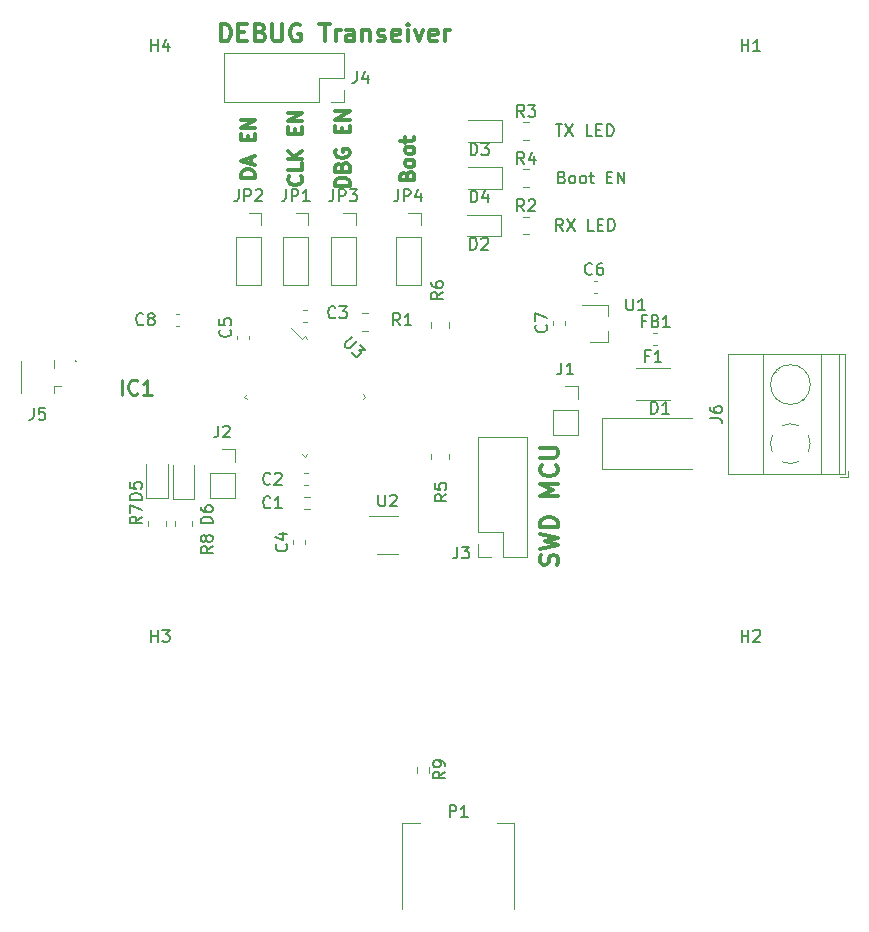
<source format=gbr>
%TF.GenerationSoftware,KiCad,Pcbnew,(5.1.10)-1*%
%TF.CreationDate,2021-07-16T13:03:45+01:00*%
%TF.ProjectId,Abhoinn_IoT_V2,4162686f-696e-46e5-9f49-6f545f56322e,rev?*%
%TF.SameCoordinates,Original*%
%TF.FileFunction,Legend,Top*%
%TF.FilePolarity,Positive*%
%FSLAX46Y46*%
G04 Gerber Fmt 4.6, Leading zero omitted, Abs format (unit mm)*
G04 Created by KiCad (PCBNEW (5.1.10)-1) date 2021-07-16 13:03:45*
%MOMM*%
%LPD*%
G01*
G04 APERTURE LIST*
%ADD10C,0.300000*%
%ADD11C,0.150000*%
%ADD12C,0.120000*%
%ADD13C,0.100000*%
%ADD14C,0.254000*%
G04 APERTURE END LIST*
D10*
X165107142Y-95250000D02*
X165178571Y-95035714D01*
X165178571Y-94678571D01*
X165107142Y-94535714D01*
X165035714Y-94464285D01*
X164892857Y-94392857D01*
X164750000Y-94392857D01*
X164607142Y-94464285D01*
X164535714Y-94535714D01*
X164464285Y-94678571D01*
X164392857Y-94964285D01*
X164321428Y-95107142D01*
X164250000Y-95178571D01*
X164107142Y-95250000D01*
X163964285Y-95250000D01*
X163821428Y-95178571D01*
X163750000Y-95107142D01*
X163678571Y-94964285D01*
X163678571Y-94607142D01*
X163750000Y-94392857D01*
X163678571Y-93892857D02*
X165178571Y-93535714D01*
X164107142Y-93250000D01*
X165178571Y-92964285D01*
X163678571Y-92607142D01*
X165178571Y-92035714D02*
X163678571Y-92035714D01*
X163678571Y-91678571D01*
X163750000Y-91464285D01*
X163892857Y-91321428D01*
X164035714Y-91250000D01*
X164321428Y-91178571D01*
X164535714Y-91178571D01*
X164821428Y-91250000D01*
X164964285Y-91321428D01*
X165107142Y-91464285D01*
X165178571Y-91678571D01*
X165178571Y-92035714D01*
X165178571Y-89392857D02*
X163678571Y-89392857D01*
X164750000Y-88892857D01*
X163678571Y-88392857D01*
X165178571Y-88392857D01*
X165035714Y-86821428D02*
X165107142Y-86892857D01*
X165178571Y-87107142D01*
X165178571Y-87250000D01*
X165107142Y-87464285D01*
X164964285Y-87607142D01*
X164821428Y-87678571D01*
X164535714Y-87750000D01*
X164321428Y-87750000D01*
X164035714Y-87678571D01*
X163892857Y-87607142D01*
X163750000Y-87464285D01*
X163678571Y-87250000D01*
X163678571Y-87107142D01*
X163750000Y-86892857D01*
X163821428Y-86821428D01*
X163678571Y-86178571D02*
X164892857Y-86178571D01*
X165035714Y-86107142D01*
X165107142Y-86035714D01*
X165178571Y-85892857D01*
X165178571Y-85607142D01*
X165107142Y-85464285D01*
X165035714Y-85392857D01*
X164892857Y-85321428D01*
X163678571Y-85321428D01*
X136642857Y-50928571D02*
X136642857Y-49428571D01*
X137000000Y-49428571D01*
X137214285Y-49500000D01*
X137357142Y-49642857D01*
X137428571Y-49785714D01*
X137500000Y-50071428D01*
X137500000Y-50285714D01*
X137428571Y-50571428D01*
X137357142Y-50714285D01*
X137214285Y-50857142D01*
X137000000Y-50928571D01*
X136642857Y-50928571D01*
X138142857Y-50142857D02*
X138642857Y-50142857D01*
X138857142Y-50928571D02*
X138142857Y-50928571D01*
X138142857Y-49428571D01*
X138857142Y-49428571D01*
X140000000Y-50142857D02*
X140214285Y-50214285D01*
X140285714Y-50285714D01*
X140357142Y-50428571D01*
X140357142Y-50642857D01*
X140285714Y-50785714D01*
X140214285Y-50857142D01*
X140071428Y-50928571D01*
X139500000Y-50928571D01*
X139500000Y-49428571D01*
X140000000Y-49428571D01*
X140142857Y-49500000D01*
X140214285Y-49571428D01*
X140285714Y-49714285D01*
X140285714Y-49857142D01*
X140214285Y-50000000D01*
X140142857Y-50071428D01*
X140000000Y-50142857D01*
X139500000Y-50142857D01*
X141000000Y-49428571D02*
X141000000Y-50642857D01*
X141071428Y-50785714D01*
X141142857Y-50857142D01*
X141285714Y-50928571D01*
X141571428Y-50928571D01*
X141714285Y-50857142D01*
X141785714Y-50785714D01*
X141857142Y-50642857D01*
X141857142Y-49428571D01*
X143357142Y-49500000D02*
X143214285Y-49428571D01*
X143000000Y-49428571D01*
X142785714Y-49500000D01*
X142642857Y-49642857D01*
X142571428Y-49785714D01*
X142500000Y-50071428D01*
X142500000Y-50285714D01*
X142571428Y-50571428D01*
X142642857Y-50714285D01*
X142785714Y-50857142D01*
X143000000Y-50928571D01*
X143142857Y-50928571D01*
X143357142Y-50857142D01*
X143428571Y-50785714D01*
X143428571Y-50285714D01*
X143142857Y-50285714D01*
X145000000Y-49428571D02*
X145857142Y-49428571D01*
X145428571Y-50928571D02*
X145428571Y-49428571D01*
X146357142Y-50928571D02*
X146357142Y-49928571D01*
X146357142Y-50214285D02*
X146428571Y-50071428D01*
X146500000Y-50000000D01*
X146642857Y-49928571D01*
X146785714Y-49928571D01*
X147928571Y-50928571D02*
X147928571Y-50142857D01*
X147857142Y-50000000D01*
X147714285Y-49928571D01*
X147428571Y-49928571D01*
X147285714Y-50000000D01*
X147928571Y-50857142D02*
X147785714Y-50928571D01*
X147428571Y-50928571D01*
X147285714Y-50857142D01*
X147214285Y-50714285D01*
X147214285Y-50571428D01*
X147285714Y-50428571D01*
X147428571Y-50357142D01*
X147785714Y-50357142D01*
X147928571Y-50285714D01*
X148642857Y-49928571D02*
X148642857Y-50928571D01*
X148642857Y-50071428D02*
X148714285Y-50000000D01*
X148857142Y-49928571D01*
X149071428Y-49928571D01*
X149214285Y-50000000D01*
X149285714Y-50142857D01*
X149285714Y-50928571D01*
X149928571Y-50857142D02*
X150071428Y-50928571D01*
X150357142Y-50928571D01*
X150500000Y-50857142D01*
X150571428Y-50714285D01*
X150571428Y-50642857D01*
X150500000Y-50500000D01*
X150357142Y-50428571D01*
X150142857Y-50428571D01*
X150000000Y-50357142D01*
X149928571Y-50214285D01*
X149928571Y-50142857D01*
X150000000Y-50000000D01*
X150142857Y-49928571D01*
X150357142Y-49928571D01*
X150500000Y-50000000D01*
X151785714Y-50857142D02*
X151642857Y-50928571D01*
X151357142Y-50928571D01*
X151214285Y-50857142D01*
X151142857Y-50714285D01*
X151142857Y-50142857D01*
X151214285Y-50000000D01*
X151357142Y-49928571D01*
X151642857Y-49928571D01*
X151785714Y-50000000D01*
X151857142Y-50142857D01*
X151857142Y-50285714D01*
X151142857Y-50428571D01*
X152500000Y-50928571D02*
X152500000Y-49928571D01*
X152500000Y-49428571D02*
X152428571Y-49500000D01*
X152500000Y-49571428D01*
X152571428Y-49500000D01*
X152500000Y-49428571D01*
X152500000Y-49571428D01*
X153071428Y-49928571D02*
X153428571Y-50928571D01*
X153785714Y-49928571D01*
X154928571Y-50857142D02*
X154785714Y-50928571D01*
X154500000Y-50928571D01*
X154357142Y-50857142D01*
X154285714Y-50714285D01*
X154285714Y-50142857D01*
X154357142Y-50000000D01*
X154500000Y-49928571D01*
X154785714Y-49928571D01*
X154928571Y-50000000D01*
X155000000Y-50142857D01*
X155000000Y-50285714D01*
X154285714Y-50428571D01*
X155642857Y-50928571D02*
X155642857Y-49928571D01*
X155642857Y-50214285D02*
X155714285Y-50071428D01*
X155785714Y-50000000D01*
X155928571Y-49928571D01*
X156071428Y-49928571D01*
D11*
X165523809Y-62428571D02*
X165666666Y-62476190D01*
X165714285Y-62523809D01*
X165761904Y-62619047D01*
X165761904Y-62761904D01*
X165714285Y-62857142D01*
X165666666Y-62904761D01*
X165571428Y-62952380D01*
X165190476Y-62952380D01*
X165190476Y-61952380D01*
X165523809Y-61952380D01*
X165619047Y-62000000D01*
X165666666Y-62047619D01*
X165714285Y-62142857D01*
X165714285Y-62238095D01*
X165666666Y-62333333D01*
X165619047Y-62380952D01*
X165523809Y-62428571D01*
X165190476Y-62428571D01*
X166333333Y-62952380D02*
X166238095Y-62904761D01*
X166190476Y-62857142D01*
X166142857Y-62761904D01*
X166142857Y-62476190D01*
X166190476Y-62380952D01*
X166238095Y-62333333D01*
X166333333Y-62285714D01*
X166476190Y-62285714D01*
X166571428Y-62333333D01*
X166619047Y-62380952D01*
X166666666Y-62476190D01*
X166666666Y-62761904D01*
X166619047Y-62857142D01*
X166571428Y-62904761D01*
X166476190Y-62952380D01*
X166333333Y-62952380D01*
X167238095Y-62952380D02*
X167142857Y-62904761D01*
X167095238Y-62857142D01*
X167047619Y-62761904D01*
X167047619Y-62476190D01*
X167095238Y-62380952D01*
X167142857Y-62333333D01*
X167238095Y-62285714D01*
X167380952Y-62285714D01*
X167476190Y-62333333D01*
X167523809Y-62380952D01*
X167571428Y-62476190D01*
X167571428Y-62761904D01*
X167523809Y-62857142D01*
X167476190Y-62904761D01*
X167380952Y-62952380D01*
X167238095Y-62952380D01*
X167857142Y-62285714D02*
X168238095Y-62285714D01*
X168000000Y-61952380D02*
X168000000Y-62809523D01*
X168047619Y-62904761D01*
X168142857Y-62952380D01*
X168238095Y-62952380D01*
X169333333Y-62428571D02*
X169666666Y-62428571D01*
X169809523Y-62952380D02*
X169333333Y-62952380D01*
X169333333Y-61952380D01*
X169809523Y-61952380D01*
X170238095Y-62952380D02*
X170238095Y-61952380D01*
X170809523Y-62952380D01*
X170809523Y-61952380D01*
X165595238Y-66952380D02*
X165261904Y-66476190D01*
X165023809Y-66952380D02*
X165023809Y-65952380D01*
X165404761Y-65952380D01*
X165500000Y-66000000D01*
X165547619Y-66047619D01*
X165595238Y-66142857D01*
X165595238Y-66285714D01*
X165547619Y-66380952D01*
X165500000Y-66428571D01*
X165404761Y-66476190D01*
X165023809Y-66476190D01*
X165928571Y-65952380D02*
X166595238Y-66952380D01*
X166595238Y-65952380D02*
X165928571Y-66952380D01*
X168214285Y-66952380D02*
X167738095Y-66952380D01*
X167738095Y-65952380D01*
X168547619Y-66428571D02*
X168880952Y-66428571D01*
X169023809Y-66952380D02*
X168547619Y-66952380D01*
X168547619Y-65952380D01*
X169023809Y-65952380D01*
X169452380Y-66952380D02*
X169452380Y-65952380D01*
X169690476Y-65952380D01*
X169833333Y-66000000D01*
X169928571Y-66095238D01*
X169976190Y-66190476D01*
X170023809Y-66380952D01*
X170023809Y-66523809D01*
X169976190Y-66714285D01*
X169928571Y-66809523D01*
X169833333Y-66904761D01*
X169690476Y-66952380D01*
X169452380Y-66952380D01*
X165000000Y-57952380D02*
X165571428Y-57952380D01*
X165285714Y-58952380D02*
X165285714Y-57952380D01*
X165809523Y-57952380D02*
X166476190Y-58952380D01*
X166476190Y-57952380D02*
X165809523Y-58952380D01*
X168095238Y-58952380D02*
X167619047Y-58952380D01*
X167619047Y-57952380D01*
X168428571Y-58428571D02*
X168761904Y-58428571D01*
X168904761Y-58952380D02*
X168428571Y-58952380D01*
X168428571Y-57952380D01*
X168904761Y-57952380D01*
X169333333Y-58952380D02*
X169333333Y-57952380D01*
X169571428Y-57952380D01*
X169714285Y-58000000D01*
X169809523Y-58095238D01*
X169857142Y-58190476D01*
X169904761Y-58380952D01*
X169904761Y-58523809D01*
X169857142Y-58714285D01*
X169809523Y-58809523D01*
X169714285Y-58904761D01*
X169571428Y-58952380D01*
X169333333Y-58952380D01*
D10*
X152414285Y-62300000D02*
X152471428Y-62128571D01*
X152528571Y-62071428D01*
X152642857Y-62014285D01*
X152814285Y-62014285D01*
X152928571Y-62071428D01*
X152985714Y-62128571D01*
X153042857Y-62242857D01*
X153042857Y-62700000D01*
X151842857Y-62700000D01*
X151842857Y-62300000D01*
X151900000Y-62185714D01*
X151957142Y-62128571D01*
X152071428Y-62071428D01*
X152185714Y-62071428D01*
X152300000Y-62128571D01*
X152357142Y-62185714D01*
X152414285Y-62300000D01*
X152414285Y-62700000D01*
X153042857Y-61328571D02*
X152985714Y-61442857D01*
X152928571Y-61500000D01*
X152814285Y-61557142D01*
X152471428Y-61557142D01*
X152357142Y-61500000D01*
X152300000Y-61442857D01*
X152242857Y-61328571D01*
X152242857Y-61157142D01*
X152300000Y-61042857D01*
X152357142Y-60985714D01*
X152471428Y-60928571D01*
X152814285Y-60928571D01*
X152928571Y-60985714D01*
X152985714Y-61042857D01*
X153042857Y-61157142D01*
X153042857Y-61328571D01*
X153042857Y-60242857D02*
X152985714Y-60357142D01*
X152928571Y-60414285D01*
X152814285Y-60471428D01*
X152471428Y-60471428D01*
X152357142Y-60414285D01*
X152300000Y-60357142D01*
X152242857Y-60242857D01*
X152242857Y-60071428D01*
X152300000Y-59957142D01*
X152357142Y-59900000D01*
X152471428Y-59842857D01*
X152814285Y-59842857D01*
X152928571Y-59900000D01*
X152985714Y-59957142D01*
X153042857Y-60071428D01*
X153042857Y-60242857D01*
X152242857Y-59500000D02*
X152242857Y-59042857D01*
X151842857Y-59328571D02*
X152871428Y-59328571D01*
X152985714Y-59271428D01*
X153042857Y-59157142D01*
X153042857Y-59042857D01*
X147542857Y-63142857D02*
X146342857Y-63142857D01*
X146342857Y-62857142D01*
X146400000Y-62685714D01*
X146514285Y-62571428D01*
X146628571Y-62514285D01*
X146857142Y-62457142D01*
X147028571Y-62457142D01*
X147257142Y-62514285D01*
X147371428Y-62571428D01*
X147485714Y-62685714D01*
X147542857Y-62857142D01*
X147542857Y-63142857D01*
X146914285Y-61542857D02*
X146971428Y-61371428D01*
X147028571Y-61314285D01*
X147142857Y-61257142D01*
X147314285Y-61257142D01*
X147428571Y-61314285D01*
X147485714Y-61371428D01*
X147542857Y-61485714D01*
X147542857Y-61942857D01*
X146342857Y-61942857D01*
X146342857Y-61542857D01*
X146400000Y-61428571D01*
X146457142Y-61371428D01*
X146571428Y-61314285D01*
X146685714Y-61314285D01*
X146800000Y-61371428D01*
X146857142Y-61428571D01*
X146914285Y-61542857D01*
X146914285Y-61942857D01*
X146400000Y-60114285D02*
X146342857Y-60228571D01*
X146342857Y-60400000D01*
X146400000Y-60571428D01*
X146514285Y-60685714D01*
X146628571Y-60742857D01*
X146857142Y-60800000D01*
X147028571Y-60800000D01*
X147257142Y-60742857D01*
X147371428Y-60685714D01*
X147485714Y-60571428D01*
X147542857Y-60400000D01*
X147542857Y-60285714D01*
X147485714Y-60114285D01*
X147428571Y-60057142D01*
X147028571Y-60057142D01*
X147028571Y-60285714D01*
X146914285Y-58628571D02*
X146914285Y-58228571D01*
X147542857Y-58057142D02*
X147542857Y-58628571D01*
X146342857Y-58628571D01*
X146342857Y-58057142D01*
X147542857Y-57542857D02*
X146342857Y-57542857D01*
X147542857Y-56857142D01*
X146342857Y-56857142D01*
X143428571Y-62342857D02*
X143485714Y-62400000D01*
X143542857Y-62571428D01*
X143542857Y-62685714D01*
X143485714Y-62857142D01*
X143371428Y-62971428D01*
X143257142Y-63028571D01*
X143028571Y-63085714D01*
X142857142Y-63085714D01*
X142628571Y-63028571D01*
X142514285Y-62971428D01*
X142400000Y-62857142D01*
X142342857Y-62685714D01*
X142342857Y-62571428D01*
X142400000Y-62400000D01*
X142457142Y-62342857D01*
X143542857Y-61257142D02*
X143542857Y-61828571D01*
X142342857Y-61828571D01*
X143542857Y-60857142D02*
X142342857Y-60857142D01*
X143542857Y-60171428D02*
X142857142Y-60685714D01*
X142342857Y-60171428D02*
X143028571Y-60857142D01*
X142914285Y-58742857D02*
X142914285Y-58342857D01*
X143542857Y-58171428D02*
X143542857Y-58742857D01*
X142342857Y-58742857D01*
X142342857Y-58171428D01*
X143542857Y-57657142D02*
X142342857Y-57657142D01*
X143542857Y-56971428D01*
X142342857Y-56971428D01*
X139542857Y-62457142D02*
X138342857Y-62457142D01*
X138342857Y-62171428D01*
X138400000Y-62000000D01*
X138514285Y-61885714D01*
X138628571Y-61828571D01*
X138857142Y-61771428D01*
X139028571Y-61771428D01*
X139257142Y-61828571D01*
X139371428Y-61885714D01*
X139485714Y-62000000D01*
X139542857Y-62171428D01*
X139542857Y-62457142D01*
X139200000Y-61314285D02*
X139200000Y-60742857D01*
X139542857Y-61428571D02*
X138342857Y-61028571D01*
X139542857Y-60628571D01*
X138914285Y-59314285D02*
X138914285Y-58914285D01*
X139542857Y-58742857D02*
X139542857Y-59314285D01*
X138342857Y-59314285D01*
X138342857Y-58742857D01*
X139542857Y-58228571D02*
X138342857Y-58228571D01*
X139542857Y-57542857D01*
X138342857Y-57542857D01*
D12*
%TO.C,U3*%
X143537868Y-76106821D02*
X142608023Y-75176976D01*
X143750000Y-75894689D02*
X143537868Y-76106821D01*
X143962132Y-76106821D02*
X143750000Y-75894689D01*
X148855311Y-81000000D02*
X148643179Y-81212132D01*
X148643179Y-80787868D02*
X148855311Y-81000000D01*
X138644689Y-81000000D02*
X138856821Y-80787868D01*
X138856821Y-81212132D02*
X138644689Y-81000000D01*
X143750000Y-86105311D02*
X143962132Y-85893179D01*
X143537868Y-85893179D02*
X143750000Y-86105311D01*
%TO.C,U2*%
X151650000Y-91140000D02*
X149200000Y-91140000D01*
X149850000Y-94360000D02*
X151650000Y-94360000D01*
%TO.C,U1*%
X169390000Y-76400000D02*
X167930000Y-76400000D01*
X169390000Y-73240000D02*
X167230000Y-73240000D01*
X169390000Y-73240000D02*
X169390000Y-74170000D01*
X169390000Y-76400000D02*
X169390000Y-75470000D01*
%TO.C,R9*%
X153227500Y-112332776D02*
X153227500Y-112842224D01*
X154272500Y-112332776D02*
X154272500Y-112842224D01*
%TO.C,R8*%
X132765000Y-91522936D02*
X132765000Y-91977064D01*
X134235000Y-91522936D02*
X134235000Y-91977064D01*
%TO.C,R7*%
X130515000Y-91522936D02*
X130515000Y-91977064D01*
X131985000Y-91522936D02*
X131985000Y-91977064D01*
%TO.C,R6*%
X154459000Y-74718936D02*
X154459000Y-75173064D01*
X155929000Y-74718936D02*
X155929000Y-75173064D01*
%TO.C,R5*%
X155929000Y-86317064D02*
X155929000Y-85862936D01*
X154459000Y-86317064D02*
X154459000Y-85862936D01*
%TO.C,R4*%
X162272936Y-63235000D02*
X162727064Y-63235000D01*
X162272936Y-61765000D02*
X162727064Y-61765000D01*
%TO.C,R3*%
X162272936Y-59235000D02*
X162727064Y-59235000D01*
X162272936Y-57765000D02*
X162727064Y-57765000D01*
%TO.C,R2*%
X162272936Y-67235000D02*
X162727064Y-67235000D01*
X162272936Y-65765000D02*
X162727064Y-65765000D01*
%TO.C,R1*%
X148632936Y-75411000D02*
X149087064Y-75411000D01*
X148632936Y-73941000D02*
X149087064Y-73941000D01*
%TO.C,P1*%
X152000000Y-117130000D02*
X153500000Y-117130000D01*
X152000000Y-117130000D02*
X152000000Y-124390000D01*
X161500000Y-117130000D02*
X161500000Y-124390000D01*
X160000000Y-117130000D02*
X161500000Y-117130000D01*
%TO.C,JP4*%
X152500000Y-65440000D02*
X153560000Y-65440000D01*
X153560000Y-65440000D02*
X153560000Y-66500000D01*
X153560000Y-67500000D02*
X153560000Y-71560000D01*
X151440000Y-71560000D02*
X153560000Y-71560000D01*
X151440000Y-67500000D02*
X151440000Y-71560000D01*
X151440000Y-67500000D02*
X153560000Y-67500000D01*
%TO.C,JP3*%
X147000000Y-65440000D02*
X148060000Y-65440000D01*
X148060000Y-65440000D02*
X148060000Y-66500000D01*
X148060000Y-67500000D02*
X148060000Y-71560000D01*
X145940000Y-71560000D02*
X148060000Y-71560000D01*
X145940000Y-67500000D02*
X145940000Y-71560000D01*
X145940000Y-67500000D02*
X148060000Y-67500000D01*
%TO.C,JP2*%
X139000000Y-65440000D02*
X140060000Y-65440000D01*
X140060000Y-65440000D02*
X140060000Y-66500000D01*
X140060000Y-67500000D02*
X140060000Y-71560000D01*
X137940000Y-71560000D02*
X140060000Y-71560000D01*
X137940000Y-67500000D02*
X137940000Y-71560000D01*
X137940000Y-67500000D02*
X140060000Y-67500000D01*
%TO.C,JP1*%
X143000000Y-65440000D02*
X144060000Y-65440000D01*
X144060000Y-65440000D02*
X144060000Y-66500000D01*
X144060000Y-67500000D02*
X144060000Y-71560000D01*
X141940000Y-71560000D02*
X144060000Y-71560000D01*
X141940000Y-67500000D02*
X141940000Y-71560000D01*
X141940000Y-67500000D02*
X144060000Y-67500000D01*
%TO.C,J6*%
X189770000Y-87780000D02*
X189770000Y-87280000D01*
X189030000Y-87780000D02*
X189770000Y-87780000D01*
X185893000Y-81207000D02*
X185939000Y-81254000D01*
X183595000Y-78910000D02*
X183631000Y-78945000D01*
X186109000Y-81014000D02*
X186144000Y-81049000D01*
X183801000Y-78705000D02*
X183847000Y-78752000D01*
X179609000Y-77420000D02*
X189530000Y-77420000D01*
X179609000Y-87540000D02*
X189530000Y-87540000D01*
X189530000Y-87540000D02*
X189530000Y-77420000D01*
X179609000Y-87540000D02*
X179609000Y-77420000D01*
X182569000Y-87540000D02*
X182569000Y-77420000D01*
X187470000Y-87540000D02*
X187470000Y-77420000D01*
X188970000Y-87540000D02*
X188970000Y-77420000D01*
X186550000Y-79980000D02*
G75*
G03*
X186550000Y-79980000I-1680000J0D01*
G01*
X186550253Y-84951195D02*
G75*
G02*
X186405000Y-85664000I-1680253J-28805D01*
G01*
X185553042Y-86515426D02*
G75*
G02*
X184186000Y-86515000I-683042J1535426D01*
G01*
X183334574Y-85663042D02*
G75*
G02*
X183335000Y-84296000I1535426J683042D01*
G01*
X184186958Y-83444574D02*
G75*
G02*
X185554000Y-83445000I683042J-1535426D01*
G01*
X186404756Y-84296682D02*
G75*
G02*
X186550000Y-84980000I-1534756J-683318D01*
G01*
%TO.C,J5*%
X122484980Y-80708220D02*
X122484980Y-80068220D01*
X122484980Y-77908220D02*
X122484980Y-78548220D01*
X122484980Y-80068220D02*
X123114980Y-80068220D01*
X119764980Y-80658220D02*
X119764980Y-77958220D01*
%TO.C,J4*%
X147060000Y-55000000D02*
X147060000Y-56060000D01*
X147060000Y-56060000D02*
X146000000Y-56060000D01*
X147060000Y-54000000D02*
X145000000Y-54000000D01*
X145000000Y-54000000D02*
X145000000Y-56060000D01*
X145000000Y-56060000D02*
X136940000Y-56060000D01*
X136940000Y-51940000D02*
X136940000Y-56060000D01*
X147060000Y-51940000D02*
X136940000Y-51940000D01*
X147060000Y-51940000D02*
X147060000Y-54000000D01*
%TO.C,J3*%
X159500000Y-94560000D02*
X158440000Y-94560000D01*
X158440000Y-94560000D02*
X158440000Y-93500000D01*
X160500000Y-94560000D02*
X160500000Y-92500000D01*
X160500000Y-92500000D02*
X158440000Y-92500000D01*
X158440000Y-92500000D02*
X158440000Y-84440000D01*
X162560000Y-84440000D02*
X158440000Y-84440000D01*
X162560000Y-94560000D02*
X162560000Y-84440000D01*
X162560000Y-94560000D02*
X160500000Y-94560000D01*
%TO.C,J2*%
X136750000Y-85440000D02*
X137810000Y-85440000D01*
X137810000Y-85440000D02*
X137810000Y-86500000D01*
X137810000Y-87500000D02*
X137810000Y-89560000D01*
X135690000Y-89560000D02*
X137810000Y-89560000D01*
X135690000Y-87500000D02*
X135690000Y-89560000D01*
X135690000Y-87500000D02*
X137810000Y-87500000D01*
%TO.C,J1*%
X165820000Y-80110000D02*
X166880000Y-80110000D01*
X166880000Y-80110000D02*
X166880000Y-81170000D01*
X166880000Y-82170000D02*
X166880000Y-84230000D01*
X164760000Y-84230000D02*
X166880000Y-84230000D01*
X164760000Y-82170000D02*
X164760000Y-84230000D01*
X164760000Y-82170000D02*
X166880000Y-82170000D01*
D13*
%TO.C,IC1*%
X124400000Y-77975000D02*
X124400000Y-77975000D01*
X124300000Y-77975000D02*
X124300000Y-77975000D01*
X124300000Y-77975000D02*
G75*
G02*
X124400000Y-77975000I50000J0D01*
G01*
X124400000Y-77975000D02*
G75*
G02*
X124300000Y-77975000I-50000J0D01*
G01*
D12*
%TO.C,FB1*%
X173268733Y-76600000D02*
X173611267Y-76600000D01*
X173268733Y-75580000D02*
X173611267Y-75580000D01*
%TO.C,F1*%
X171835436Y-81260000D02*
X174639564Y-81260000D01*
X171835436Y-78540000D02*
X174639564Y-78540000D01*
%TO.C,D6*%
X134410000Y-89672500D02*
X134410000Y-86787500D01*
X132590000Y-89672500D02*
X134410000Y-89672500D01*
X132590000Y-86787500D02*
X132590000Y-89672500D01*
%TO.C,D5*%
X132160000Y-89597500D02*
X132160000Y-86712500D01*
X130340000Y-89597500D02*
X132160000Y-89597500D01*
X130340000Y-86712500D02*
X130340000Y-89597500D01*
%TO.C,D4*%
X160422500Y-61590000D02*
X157537500Y-61590000D01*
X160422500Y-63410000D02*
X160422500Y-61590000D01*
X157537500Y-63410000D02*
X160422500Y-63410000D01*
%TO.C,D3*%
X160422500Y-57590000D02*
X157537500Y-57590000D01*
X160422500Y-59410000D02*
X160422500Y-57590000D01*
X157537500Y-59410000D02*
X160422500Y-59410000D01*
%TO.C,D2*%
X160385000Y-65590000D02*
X157500000Y-65590000D01*
X160385000Y-67410000D02*
X160385000Y-65590000D01*
X157500000Y-67410000D02*
X160385000Y-67410000D01*
%TO.C,D1*%
X168950000Y-82830000D02*
X176500000Y-82830000D01*
X168950000Y-87130000D02*
X176500000Y-87130000D01*
X168950000Y-82830000D02*
X168950000Y-87130000D01*
%TO.C,C8*%
X133146267Y-73990000D02*
X132853733Y-73990000D01*
X133146267Y-75010000D02*
X132853733Y-75010000D01*
%TO.C,C7*%
X165760000Y-74896267D02*
X165760000Y-74603733D01*
X164740000Y-74896267D02*
X164740000Y-74603733D01*
%TO.C,C6*%
X168533767Y-71240000D02*
X168241233Y-71240000D01*
X168533767Y-72260000D02*
X168241233Y-72260000D01*
%TO.C,C5*%
X139010000Y-76146267D02*
X139010000Y-75853733D01*
X137990000Y-76146267D02*
X137990000Y-75853733D01*
%TO.C,C4*%
X143766000Y-93464767D02*
X143766000Y-93172233D01*
X142746000Y-93464767D02*
X142746000Y-93172233D01*
%TO.C,C3*%
X143617733Y-74678000D02*
X143910267Y-74678000D01*
X143617733Y-73658000D02*
X143910267Y-73658000D01*
%TO.C,C2*%
X144008767Y-87490000D02*
X143716233Y-87490000D01*
X144008767Y-88510000D02*
X143716233Y-88510000D01*
%TO.C,C1*%
X144167224Y-89477500D02*
X143657776Y-89477500D01*
X144167224Y-90522500D02*
X143657776Y-90522500D01*
%TO.C,U3*%
D11*
X147756265Y-75916238D02*
X147183845Y-76488658D01*
X147150173Y-76589673D01*
X147150173Y-76657017D01*
X147183845Y-76758032D01*
X147318532Y-76892719D01*
X147419547Y-76926391D01*
X147486891Y-76926391D01*
X147587906Y-76892719D01*
X148160326Y-76320299D01*
X148429700Y-76589673D02*
X148867432Y-77027406D01*
X148362356Y-77061078D01*
X148463371Y-77162093D01*
X148497043Y-77263108D01*
X148497043Y-77330452D01*
X148463371Y-77431467D01*
X148295013Y-77599826D01*
X148193997Y-77633498D01*
X148126654Y-77633498D01*
X148025639Y-77599826D01*
X147823608Y-77397795D01*
X147789936Y-77296780D01*
X147789936Y-77229437D01*
%TO.C,U2*%
X149988095Y-89302380D02*
X149988095Y-90111904D01*
X150035714Y-90207142D01*
X150083333Y-90254761D01*
X150178571Y-90302380D01*
X150369047Y-90302380D01*
X150464285Y-90254761D01*
X150511904Y-90207142D01*
X150559523Y-90111904D01*
X150559523Y-89302380D01*
X150988095Y-89397619D02*
X151035714Y-89350000D01*
X151130952Y-89302380D01*
X151369047Y-89302380D01*
X151464285Y-89350000D01*
X151511904Y-89397619D01*
X151559523Y-89492857D01*
X151559523Y-89588095D01*
X151511904Y-89730952D01*
X150940476Y-90302380D01*
X151559523Y-90302380D01*
%TO.C,U1*%
X170988095Y-72702380D02*
X170988095Y-73511904D01*
X171035714Y-73607142D01*
X171083333Y-73654761D01*
X171178571Y-73702380D01*
X171369047Y-73702380D01*
X171464285Y-73654761D01*
X171511904Y-73607142D01*
X171559523Y-73511904D01*
X171559523Y-72702380D01*
X172559523Y-73702380D02*
X171988095Y-73702380D01*
X172273809Y-73702380D02*
X172273809Y-72702380D01*
X172178571Y-72845238D01*
X172083333Y-72940476D01*
X171988095Y-72988095D01*
%TO.C,R9*%
X155632380Y-112754166D02*
X155156190Y-113087500D01*
X155632380Y-113325595D02*
X154632380Y-113325595D01*
X154632380Y-112944642D01*
X154680000Y-112849404D01*
X154727619Y-112801785D01*
X154822857Y-112754166D01*
X154965714Y-112754166D01*
X155060952Y-112801785D01*
X155108571Y-112849404D01*
X155156190Y-112944642D01*
X155156190Y-113325595D01*
X155632380Y-112277976D02*
X155632380Y-112087500D01*
X155584761Y-111992261D01*
X155537142Y-111944642D01*
X155394285Y-111849404D01*
X155203809Y-111801785D01*
X154822857Y-111801785D01*
X154727619Y-111849404D01*
X154680000Y-111897023D01*
X154632380Y-111992261D01*
X154632380Y-112182738D01*
X154680000Y-112277976D01*
X154727619Y-112325595D01*
X154822857Y-112373214D01*
X155060952Y-112373214D01*
X155156190Y-112325595D01*
X155203809Y-112277976D01*
X155251428Y-112182738D01*
X155251428Y-111992261D01*
X155203809Y-111897023D01*
X155156190Y-111849404D01*
X155060952Y-111801785D01*
%TO.C,R8*%
X135952380Y-93666666D02*
X135476190Y-94000000D01*
X135952380Y-94238095D02*
X134952380Y-94238095D01*
X134952380Y-93857142D01*
X135000000Y-93761904D01*
X135047619Y-93714285D01*
X135142857Y-93666666D01*
X135285714Y-93666666D01*
X135380952Y-93714285D01*
X135428571Y-93761904D01*
X135476190Y-93857142D01*
X135476190Y-94238095D01*
X135380952Y-93095238D02*
X135333333Y-93190476D01*
X135285714Y-93238095D01*
X135190476Y-93285714D01*
X135142857Y-93285714D01*
X135047619Y-93238095D01*
X135000000Y-93190476D01*
X134952380Y-93095238D01*
X134952380Y-92904761D01*
X135000000Y-92809523D01*
X135047619Y-92761904D01*
X135142857Y-92714285D01*
X135190476Y-92714285D01*
X135285714Y-92761904D01*
X135333333Y-92809523D01*
X135380952Y-92904761D01*
X135380952Y-93095238D01*
X135428571Y-93190476D01*
X135476190Y-93238095D01*
X135571428Y-93285714D01*
X135761904Y-93285714D01*
X135857142Y-93238095D01*
X135904761Y-93190476D01*
X135952380Y-93095238D01*
X135952380Y-92904761D01*
X135904761Y-92809523D01*
X135857142Y-92761904D01*
X135761904Y-92714285D01*
X135571428Y-92714285D01*
X135476190Y-92761904D01*
X135428571Y-92809523D01*
X135380952Y-92904761D01*
%TO.C,R7*%
X129952380Y-91166666D02*
X129476190Y-91500000D01*
X129952380Y-91738095D02*
X128952380Y-91738095D01*
X128952380Y-91357142D01*
X129000000Y-91261904D01*
X129047619Y-91214285D01*
X129142857Y-91166666D01*
X129285714Y-91166666D01*
X129380952Y-91214285D01*
X129428571Y-91261904D01*
X129476190Y-91357142D01*
X129476190Y-91738095D01*
X128952380Y-90833333D02*
X128952380Y-90166666D01*
X129952380Y-90595238D01*
%TO.C,R6*%
X155446380Y-72162666D02*
X154970190Y-72496000D01*
X155446380Y-72734095D02*
X154446380Y-72734095D01*
X154446380Y-72353142D01*
X154494000Y-72257904D01*
X154541619Y-72210285D01*
X154636857Y-72162666D01*
X154779714Y-72162666D01*
X154874952Y-72210285D01*
X154922571Y-72257904D01*
X154970190Y-72353142D01*
X154970190Y-72734095D01*
X154446380Y-71305523D02*
X154446380Y-71496000D01*
X154494000Y-71591238D01*
X154541619Y-71638857D01*
X154684476Y-71734095D01*
X154874952Y-71781714D01*
X155255904Y-71781714D01*
X155351142Y-71734095D01*
X155398761Y-71686476D01*
X155446380Y-71591238D01*
X155446380Y-71400761D01*
X155398761Y-71305523D01*
X155351142Y-71257904D01*
X155255904Y-71210285D01*
X155017809Y-71210285D01*
X154922571Y-71257904D01*
X154874952Y-71305523D01*
X154827333Y-71400761D01*
X154827333Y-71591238D01*
X154874952Y-71686476D01*
X154922571Y-71734095D01*
X155017809Y-71781714D01*
%TO.C,R5*%
X155746380Y-89256666D02*
X155270190Y-89590000D01*
X155746380Y-89828095D02*
X154746380Y-89828095D01*
X154746380Y-89447142D01*
X154794000Y-89351904D01*
X154841619Y-89304285D01*
X154936857Y-89256666D01*
X155079714Y-89256666D01*
X155174952Y-89304285D01*
X155222571Y-89351904D01*
X155270190Y-89447142D01*
X155270190Y-89828095D01*
X154746380Y-88351904D02*
X154746380Y-88828095D01*
X155222571Y-88875714D01*
X155174952Y-88828095D01*
X155127333Y-88732857D01*
X155127333Y-88494761D01*
X155174952Y-88399523D01*
X155222571Y-88351904D01*
X155317809Y-88304285D01*
X155555904Y-88304285D01*
X155651142Y-88351904D01*
X155698761Y-88399523D01*
X155746380Y-88494761D01*
X155746380Y-88732857D01*
X155698761Y-88828095D01*
X155651142Y-88875714D01*
%TO.C,R4*%
X162333333Y-61302380D02*
X162000000Y-60826190D01*
X161761904Y-61302380D02*
X161761904Y-60302380D01*
X162142857Y-60302380D01*
X162238095Y-60350000D01*
X162285714Y-60397619D01*
X162333333Y-60492857D01*
X162333333Y-60635714D01*
X162285714Y-60730952D01*
X162238095Y-60778571D01*
X162142857Y-60826190D01*
X161761904Y-60826190D01*
X163190476Y-60635714D02*
X163190476Y-61302380D01*
X162952380Y-60254761D02*
X162714285Y-60969047D01*
X163333333Y-60969047D01*
%TO.C,R3*%
X162333333Y-57302380D02*
X162000000Y-56826190D01*
X161761904Y-57302380D02*
X161761904Y-56302380D01*
X162142857Y-56302380D01*
X162238095Y-56350000D01*
X162285714Y-56397619D01*
X162333333Y-56492857D01*
X162333333Y-56635714D01*
X162285714Y-56730952D01*
X162238095Y-56778571D01*
X162142857Y-56826190D01*
X161761904Y-56826190D01*
X162666666Y-56302380D02*
X163285714Y-56302380D01*
X162952380Y-56683333D01*
X163095238Y-56683333D01*
X163190476Y-56730952D01*
X163238095Y-56778571D01*
X163285714Y-56873809D01*
X163285714Y-57111904D01*
X163238095Y-57207142D01*
X163190476Y-57254761D01*
X163095238Y-57302380D01*
X162809523Y-57302380D01*
X162714285Y-57254761D01*
X162666666Y-57207142D01*
%TO.C,R2*%
X162333333Y-65302380D02*
X162000000Y-64826190D01*
X161761904Y-65302380D02*
X161761904Y-64302380D01*
X162142857Y-64302380D01*
X162238095Y-64350000D01*
X162285714Y-64397619D01*
X162333333Y-64492857D01*
X162333333Y-64635714D01*
X162285714Y-64730952D01*
X162238095Y-64778571D01*
X162142857Y-64826190D01*
X161761904Y-64826190D01*
X162714285Y-64397619D02*
X162761904Y-64350000D01*
X162857142Y-64302380D01*
X163095238Y-64302380D01*
X163190476Y-64350000D01*
X163238095Y-64397619D01*
X163285714Y-64492857D01*
X163285714Y-64588095D01*
X163238095Y-64730952D01*
X162666666Y-65302380D01*
X163285714Y-65302380D01*
%TO.C,R1*%
X151833333Y-74952380D02*
X151500000Y-74476190D01*
X151261904Y-74952380D02*
X151261904Y-73952380D01*
X151642857Y-73952380D01*
X151738095Y-74000000D01*
X151785714Y-74047619D01*
X151833333Y-74142857D01*
X151833333Y-74285714D01*
X151785714Y-74380952D01*
X151738095Y-74428571D01*
X151642857Y-74476190D01*
X151261904Y-74476190D01*
X152785714Y-74952380D02*
X152214285Y-74952380D01*
X152500000Y-74952380D02*
X152500000Y-73952380D01*
X152404761Y-74095238D01*
X152309523Y-74190476D01*
X152214285Y-74238095D01*
%TO.C,P1*%
X156011904Y-116592380D02*
X156011904Y-115592380D01*
X156392857Y-115592380D01*
X156488095Y-115640000D01*
X156535714Y-115687619D01*
X156583333Y-115782857D01*
X156583333Y-115925714D01*
X156535714Y-116020952D01*
X156488095Y-116068571D01*
X156392857Y-116116190D01*
X156011904Y-116116190D01*
X157535714Y-116592380D02*
X156964285Y-116592380D01*
X157250000Y-116592380D02*
X157250000Y-115592380D01*
X157154761Y-115735238D01*
X157059523Y-115830476D01*
X156964285Y-115878095D01*
%TO.C,JP4*%
X151666666Y-63452380D02*
X151666666Y-64166666D01*
X151619047Y-64309523D01*
X151523809Y-64404761D01*
X151380952Y-64452380D01*
X151285714Y-64452380D01*
X152142857Y-64452380D02*
X152142857Y-63452380D01*
X152523809Y-63452380D01*
X152619047Y-63500000D01*
X152666666Y-63547619D01*
X152714285Y-63642857D01*
X152714285Y-63785714D01*
X152666666Y-63880952D01*
X152619047Y-63928571D01*
X152523809Y-63976190D01*
X152142857Y-63976190D01*
X153571428Y-63785714D02*
X153571428Y-64452380D01*
X153333333Y-63404761D02*
X153095238Y-64119047D01*
X153714285Y-64119047D01*
%TO.C,JP3*%
X146166666Y-63452380D02*
X146166666Y-64166666D01*
X146119047Y-64309523D01*
X146023809Y-64404761D01*
X145880952Y-64452380D01*
X145785714Y-64452380D01*
X146642857Y-64452380D02*
X146642857Y-63452380D01*
X147023809Y-63452380D01*
X147119047Y-63500000D01*
X147166666Y-63547619D01*
X147214285Y-63642857D01*
X147214285Y-63785714D01*
X147166666Y-63880952D01*
X147119047Y-63928571D01*
X147023809Y-63976190D01*
X146642857Y-63976190D01*
X147547619Y-63452380D02*
X148166666Y-63452380D01*
X147833333Y-63833333D01*
X147976190Y-63833333D01*
X148071428Y-63880952D01*
X148119047Y-63928571D01*
X148166666Y-64023809D01*
X148166666Y-64261904D01*
X148119047Y-64357142D01*
X148071428Y-64404761D01*
X147976190Y-64452380D01*
X147690476Y-64452380D01*
X147595238Y-64404761D01*
X147547619Y-64357142D01*
%TO.C,JP2*%
X138166666Y-63452380D02*
X138166666Y-64166666D01*
X138119047Y-64309523D01*
X138023809Y-64404761D01*
X137880952Y-64452380D01*
X137785714Y-64452380D01*
X138642857Y-64452380D02*
X138642857Y-63452380D01*
X139023809Y-63452380D01*
X139119047Y-63500000D01*
X139166666Y-63547619D01*
X139214285Y-63642857D01*
X139214285Y-63785714D01*
X139166666Y-63880952D01*
X139119047Y-63928571D01*
X139023809Y-63976190D01*
X138642857Y-63976190D01*
X139595238Y-63547619D02*
X139642857Y-63500000D01*
X139738095Y-63452380D01*
X139976190Y-63452380D01*
X140071428Y-63500000D01*
X140119047Y-63547619D01*
X140166666Y-63642857D01*
X140166666Y-63738095D01*
X140119047Y-63880952D01*
X139547619Y-64452380D01*
X140166666Y-64452380D01*
%TO.C,JP1*%
X142166666Y-63452380D02*
X142166666Y-64166666D01*
X142119047Y-64309523D01*
X142023809Y-64404761D01*
X141880952Y-64452380D01*
X141785714Y-64452380D01*
X142642857Y-64452380D02*
X142642857Y-63452380D01*
X143023809Y-63452380D01*
X143119047Y-63500000D01*
X143166666Y-63547619D01*
X143214285Y-63642857D01*
X143214285Y-63785714D01*
X143166666Y-63880952D01*
X143119047Y-63928571D01*
X143023809Y-63976190D01*
X142642857Y-63976190D01*
X144166666Y-64452380D02*
X143595238Y-64452380D01*
X143880952Y-64452380D02*
X143880952Y-63452380D01*
X143785714Y-63595238D01*
X143690476Y-63690476D01*
X143595238Y-63738095D01*
%TO.C,J6*%
X178062380Y-82813333D02*
X178776666Y-82813333D01*
X178919523Y-82860952D01*
X179014761Y-82956190D01*
X179062380Y-83099047D01*
X179062380Y-83194285D01*
X178062380Y-81908571D02*
X178062380Y-82099047D01*
X178110000Y-82194285D01*
X178157619Y-82241904D01*
X178300476Y-82337142D01*
X178490952Y-82384761D01*
X178871904Y-82384761D01*
X178967142Y-82337142D01*
X179014761Y-82289523D01*
X179062380Y-82194285D01*
X179062380Y-82003809D01*
X179014761Y-81908571D01*
X178967142Y-81860952D01*
X178871904Y-81813333D01*
X178633809Y-81813333D01*
X178538571Y-81860952D01*
X178490952Y-81908571D01*
X178443333Y-82003809D01*
X178443333Y-82194285D01*
X178490952Y-82289523D01*
X178538571Y-82337142D01*
X178633809Y-82384761D01*
%TO.C,J5*%
X120791646Y-81960600D02*
X120791646Y-82674886D01*
X120744027Y-82817743D01*
X120648789Y-82912981D01*
X120505932Y-82960600D01*
X120410694Y-82960600D01*
X121744027Y-81960600D02*
X121267837Y-81960600D01*
X121220218Y-82436791D01*
X121267837Y-82389172D01*
X121363075Y-82341553D01*
X121601170Y-82341553D01*
X121696408Y-82389172D01*
X121744027Y-82436791D01*
X121791646Y-82532029D01*
X121791646Y-82770124D01*
X121744027Y-82865362D01*
X121696408Y-82912981D01*
X121601170Y-82960600D01*
X121363075Y-82960600D01*
X121267837Y-82912981D01*
X121220218Y-82865362D01*
%TO.C,J4*%
X148166666Y-53452380D02*
X148166666Y-54166666D01*
X148119047Y-54309523D01*
X148023809Y-54404761D01*
X147880952Y-54452380D01*
X147785714Y-54452380D01*
X149071428Y-53785714D02*
X149071428Y-54452380D01*
X148833333Y-53404761D02*
X148595238Y-54119047D01*
X149214285Y-54119047D01*
%TO.C,J3*%
X156666666Y-93702380D02*
X156666666Y-94416666D01*
X156619047Y-94559523D01*
X156523809Y-94654761D01*
X156380952Y-94702380D01*
X156285714Y-94702380D01*
X157047619Y-93702380D02*
X157666666Y-93702380D01*
X157333333Y-94083333D01*
X157476190Y-94083333D01*
X157571428Y-94130952D01*
X157619047Y-94178571D01*
X157666666Y-94273809D01*
X157666666Y-94511904D01*
X157619047Y-94607142D01*
X157571428Y-94654761D01*
X157476190Y-94702380D01*
X157190476Y-94702380D01*
X157095238Y-94654761D01*
X157047619Y-94607142D01*
%TO.C,J2*%
X136416666Y-83452380D02*
X136416666Y-84166666D01*
X136369047Y-84309523D01*
X136273809Y-84404761D01*
X136130952Y-84452380D01*
X136035714Y-84452380D01*
X136845238Y-83547619D02*
X136892857Y-83500000D01*
X136988095Y-83452380D01*
X137226190Y-83452380D01*
X137321428Y-83500000D01*
X137369047Y-83547619D01*
X137416666Y-83642857D01*
X137416666Y-83738095D01*
X137369047Y-83880952D01*
X136797619Y-84452380D01*
X137416666Y-84452380D01*
%TO.C,J1*%
X165486666Y-78122380D02*
X165486666Y-78836666D01*
X165439047Y-78979523D01*
X165343809Y-79074761D01*
X165200952Y-79122380D01*
X165105714Y-79122380D01*
X166486666Y-79122380D02*
X165915238Y-79122380D01*
X166200952Y-79122380D02*
X166200952Y-78122380D01*
X166105714Y-78265238D01*
X166010476Y-78360476D01*
X165915238Y-78408095D01*
%TO.C,IC1*%
D14*
X128260238Y-80824523D02*
X128260238Y-79554523D01*
X129590714Y-80703571D02*
X129530238Y-80764047D01*
X129348809Y-80824523D01*
X129227857Y-80824523D01*
X129046428Y-80764047D01*
X128925476Y-80643095D01*
X128865000Y-80522142D01*
X128804523Y-80280238D01*
X128804523Y-80098809D01*
X128865000Y-79856904D01*
X128925476Y-79735952D01*
X129046428Y-79615000D01*
X129227857Y-79554523D01*
X129348809Y-79554523D01*
X129530238Y-79615000D01*
X129590714Y-79675476D01*
X130800238Y-80824523D02*
X130074523Y-80824523D01*
X130437380Y-80824523D02*
X130437380Y-79554523D01*
X130316428Y-79735952D01*
X130195476Y-79856904D01*
X130074523Y-79917380D01*
%TO.C,H4*%
D11*
X130738095Y-51752380D02*
X130738095Y-50752380D01*
X130738095Y-51228571D02*
X131309523Y-51228571D01*
X131309523Y-51752380D02*
X131309523Y-50752380D01*
X132214285Y-51085714D02*
X132214285Y-51752380D01*
X131976190Y-50704761D02*
X131738095Y-51419047D01*
X132357142Y-51419047D01*
%TO.C,H3*%
X130738095Y-101752380D02*
X130738095Y-100752380D01*
X130738095Y-101228571D02*
X131309523Y-101228571D01*
X131309523Y-101752380D02*
X131309523Y-100752380D01*
X131690476Y-100752380D02*
X132309523Y-100752380D01*
X131976190Y-101133333D01*
X132119047Y-101133333D01*
X132214285Y-101180952D01*
X132261904Y-101228571D01*
X132309523Y-101323809D01*
X132309523Y-101561904D01*
X132261904Y-101657142D01*
X132214285Y-101704761D01*
X132119047Y-101752380D01*
X131833333Y-101752380D01*
X131738095Y-101704761D01*
X131690476Y-101657142D01*
%TO.C,H2*%
X180738095Y-101752380D02*
X180738095Y-100752380D01*
X180738095Y-101228571D02*
X181309523Y-101228571D01*
X181309523Y-101752380D02*
X181309523Y-100752380D01*
X181738095Y-100847619D02*
X181785714Y-100800000D01*
X181880952Y-100752380D01*
X182119047Y-100752380D01*
X182214285Y-100800000D01*
X182261904Y-100847619D01*
X182309523Y-100942857D01*
X182309523Y-101038095D01*
X182261904Y-101180952D01*
X181690476Y-101752380D01*
X182309523Y-101752380D01*
%TO.C,H1*%
X180738095Y-51752380D02*
X180738095Y-50752380D01*
X180738095Y-51228571D02*
X181309523Y-51228571D01*
X181309523Y-51752380D02*
X181309523Y-50752380D01*
X182309523Y-51752380D02*
X181738095Y-51752380D01*
X182023809Y-51752380D02*
X182023809Y-50752380D01*
X181928571Y-50895238D01*
X181833333Y-50990476D01*
X181738095Y-51038095D01*
%TO.C,FB1*%
X172606666Y-74588571D02*
X172273333Y-74588571D01*
X172273333Y-75112380D02*
X172273333Y-74112380D01*
X172749523Y-74112380D01*
X173463809Y-74588571D02*
X173606666Y-74636190D01*
X173654285Y-74683809D01*
X173701904Y-74779047D01*
X173701904Y-74921904D01*
X173654285Y-75017142D01*
X173606666Y-75064761D01*
X173511428Y-75112380D01*
X173130476Y-75112380D01*
X173130476Y-74112380D01*
X173463809Y-74112380D01*
X173559047Y-74160000D01*
X173606666Y-74207619D01*
X173654285Y-74302857D01*
X173654285Y-74398095D01*
X173606666Y-74493333D01*
X173559047Y-74540952D01*
X173463809Y-74588571D01*
X173130476Y-74588571D01*
X174654285Y-75112380D02*
X174082857Y-75112380D01*
X174368571Y-75112380D02*
X174368571Y-74112380D01*
X174273333Y-74255238D01*
X174178095Y-74350476D01*
X174082857Y-74398095D01*
%TO.C,F1*%
X172904166Y-77548571D02*
X172570833Y-77548571D01*
X172570833Y-78072380D02*
X172570833Y-77072380D01*
X173047023Y-77072380D01*
X173951785Y-78072380D02*
X173380357Y-78072380D01*
X173666071Y-78072380D02*
X173666071Y-77072380D01*
X173570833Y-77215238D01*
X173475595Y-77310476D01*
X173380357Y-77358095D01*
%TO.C,D6*%
X135952380Y-91738095D02*
X134952380Y-91738095D01*
X134952380Y-91500000D01*
X135000000Y-91357142D01*
X135095238Y-91261904D01*
X135190476Y-91214285D01*
X135380952Y-91166666D01*
X135523809Y-91166666D01*
X135714285Y-91214285D01*
X135809523Y-91261904D01*
X135904761Y-91357142D01*
X135952380Y-91500000D01*
X135952380Y-91738095D01*
X134952380Y-90309523D02*
X134952380Y-90500000D01*
X135000000Y-90595238D01*
X135047619Y-90642857D01*
X135190476Y-90738095D01*
X135380952Y-90785714D01*
X135761904Y-90785714D01*
X135857142Y-90738095D01*
X135904761Y-90690476D01*
X135952380Y-90595238D01*
X135952380Y-90404761D01*
X135904761Y-90309523D01*
X135857142Y-90261904D01*
X135761904Y-90214285D01*
X135523809Y-90214285D01*
X135428571Y-90261904D01*
X135380952Y-90309523D01*
X135333333Y-90404761D01*
X135333333Y-90595238D01*
X135380952Y-90690476D01*
X135428571Y-90738095D01*
X135523809Y-90785714D01*
%TO.C,D5*%
X129952380Y-89738095D02*
X128952380Y-89738095D01*
X128952380Y-89500000D01*
X129000000Y-89357142D01*
X129095238Y-89261904D01*
X129190476Y-89214285D01*
X129380952Y-89166666D01*
X129523809Y-89166666D01*
X129714285Y-89214285D01*
X129809523Y-89261904D01*
X129904761Y-89357142D01*
X129952380Y-89500000D01*
X129952380Y-89738095D01*
X128952380Y-88261904D02*
X128952380Y-88738095D01*
X129428571Y-88785714D01*
X129380952Y-88738095D01*
X129333333Y-88642857D01*
X129333333Y-88404761D01*
X129380952Y-88309523D01*
X129428571Y-88261904D01*
X129523809Y-88214285D01*
X129761904Y-88214285D01*
X129857142Y-88261904D01*
X129904761Y-88309523D01*
X129952380Y-88404761D01*
X129952380Y-88642857D01*
X129904761Y-88738095D01*
X129857142Y-88785714D01*
%TO.C,D4*%
X157799404Y-64552380D02*
X157799404Y-63552380D01*
X158037500Y-63552380D01*
X158180357Y-63600000D01*
X158275595Y-63695238D01*
X158323214Y-63790476D01*
X158370833Y-63980952D01*
X158370833Y-64123809D01*
X158323214Y-64314285D01*
X158275595Y-64409523D01*
X158180357Y-64504761D01*
X158037500Y-64552380D01*
X157799404Y-64552380D01*
X159227976Y-63885714D02*
X159227976Y-64552380D01*
X158989880Y-63504761D02*
X158751785Y-64219047D01*
X159370833Y-64219047D01*
%TO.C,D3*%
X157799404Y-60552380D02*
X157799404Y-59552380D01*
X158037500Y-59552380D01*
X158180357Y-59600000D01*
X158275595Y-59695238D01*
X158323214Y-59790476D01*
X158370833Y-59980952D01*
X158370833Y-60123809D01*
X158323214Y-60314285D01*
X158275595Y-60409523D01*
X158180357Y-60504761D01*
X158037500Y-60552380D01*
X157799404Y-60552380D01*
X158704166Y-59552380D02*
X159323214Y-59552380D01*
X158989880Y-59933333D01*
X159132738Y-59933333D01*
X159227976Y-59980952D01*
X159275595Y-60028571D01*
X159323214Y-60123809D01*
X159323214Y-60361904D01*
X159275595Y-60457142D01*
X159227976Y-60504761D01*
X159132738Y-60552380D01*
X158847023Y-60552380D01*
X158751785Y-60504761D01*
X158704166Y-60457142D01*
%TO.C,D2*%
X157761904Y-68552380D02*
X157761904Y-67552380D01*
X158000000Y-67552380D01*
X158142857Y-67600000D01*
X158238095Y-67695238D01*
X158285714Y-67790476D01*
X158333333Y-67980952D01*
X158333333Y-68123809D01*
X158285714Y-68314285D01*
X158238095Y-68409523D01*
X158142857Y-68504761D01*
X158000000Y-68552380D01*
X157761904Y-68552380D01*
X158714285Y-67647619D02*
X158761904Y-67600000D01*
X158857142Y-67552380D01*
X159095238Y-67552380D01*
X159190476Y-67600000D01*
X159238095Y-67647619D01*
X159285714Y-67742857D01*
X159285714Y-67838095D01*
X159238095Y-67980952D01*
X158666666Y-68552380D01*
X159285714Y-68552380D01*
%TO.C,D1*%
X173061904Y-82432380D02*
X173061904Y-81432380D01*
X173300000Y-81432380D01*
X173442857Y-81480000D01*
X173538095Y-81575238D01*
X173585714Y-81670476D01*
X173633333Y-81860952D01*
X173633333Y-82003809D01*
X173585714Y-82194285D01*
X173538095Y-82289523D01*
X173442857Y-82384761D01*
X173300000Y-82432380D01*
X173061904Y-82432380D01*
X174585714Y-82432380D02*
X174014285Y-82432380D01*
X174300000Y-82432380D02*
X174300000Y-81432380D01*
X174204761Y-81575238D01*
X174109523Y-81670476D01*
X174014285Y-81718095D01*
%TO.C,C8*%
X130083333Y-74857142D02*
X130035714Y-74904761D01*
X129892857Y-74952380D01*
X129797619Y-74952380D01*
X129654761Y-74904761D01*
X129559523Y-74809523D01*
X129511904Y-74714285D01*
X129464285Y-74523809D01*
X129464285Y-74380952D01*
X129511904Y-74190476D01*
X129559523Y-74095238D01*
X129654761Y-74000000D01*
X129797619Y-73952380D01*
X129892857Y-73952380D01*
X130035714Y-74000000D01*
X130083333Y-74047619D01*
X130654761Y-74380952D02*
X130559523Y-74333333D01*
X130511904Y-74285714D01*
X130464285Y-74190476D01*
X130464285Y-74142857D01*
X130511904Y-74047619D01*
X130559523Y-74000000D01*
X130654761Y-73952380D01*
X130845238Y-73952380D01*
X130940476Y-74000000D01*
X130988095Y-74047619D01*
X131035714Y-74142857D01*
X131035714Y-74190476D01*
X130988095Y-74285714D01*
X130940476Y-74333333D01*
X130845238Y-74380952D01*
X130654761Y-74380952D01*
X130559523Y-74428571D01*
X130511904Y-74476190D01*
X130464285Y-74571428D01*
X130464285Y-74761904D01*
X130511904Y-74857142D01*
X130559523Y-74904761D01*
X130654761Y-74952380D01*
X130845238Y-74952380D01*
X130940476Y-74904761D01*
X130988095Y-74857142D01*
X131035714Y-74761904D01*
X131035714Y-74571428D01*
X130988095Y-74476190D01*
X130940476Y-74428571D01*
X130845238Y-74380952D01*
%TO.C,C7*%
X164177142Y-74916666D02*
X164224761Y-74964285D01*
X164272380Y-75107142D01*
X164272380Y-75202380D01*
X164224761Y-75345238D01*
X164129523Y-75440476D01*
X164034285Y-75488095D01*
X163843809Y-75535714D01*
X163700952Y-75535714D01*
X163510476Y-75488095D01*
X163415238Y-75440476D01*
X163320000Y-75345238D01*
X163272380Y-75202380D01*
X163272380Y-75107142D01*
X163320000Y-74964285D01*
X163367619Y-74916666D01*
X163272380Y-74583333D02*
X163272380Y-73916666D01*
X164272380Y-74345238D01*
%TO.C,C6*%
X168083333Y-70607142D02*
X168035714Y-70654761D01*
X167892857Y-70702380D01*
X167797619Y-70702380D01*
X167654761Y-70654761D01*
X167559523Y-70559523D01*
X167511904Y-70464285D01*
X167464285Y-70273809D01*
X167464285Y-70130952D01*
X167511904Y-69940476D01*
X167559523Y-69845238D01*
X167654761Y-69750000D01*
X167797619Y-69702380D01*
X167892857Y-69702380D01*
X168035714Y-69750000D01*
X168083333Y-69797619D01*
X168940476Y-69702380D02*
X168750000Y-69702380D01*
X168654761Y-69750000D01*
X168607142Y-69797619D01*
X168511904Y-69940476D01*
X168464285Y-70130952D01*
X168464285Y-70511904D01*
X168511904Y-70607142D01*
X168559523Y-70654761D01*
X168654761Y-70702380D01*
X168845238Y-70702380D01*
X168940476Y-70654761D01*
X168988095Y-70607142D01*
X169035714Y-70511904D01*
X169035714Y-70273809D01*
X168988095Y-70178571D01*
X168940476Y-70130952D01*
X168845238Y-70083333D01*
X168654761Y-70083333D01*
X168559523Y-70130952D01*
X168511904Y-70178571D01*
X168464285Y-70273809D01*
%TO.C,C5*%
X137427142Y-75329166D02*
X137474761Y-75376785D01*
X137522380Y-75519642D01*
X137522380Y-75614880D01*
X137474761Y-75757738D01*
X137379523Y-75852976D01*
X137284285Y-75900595D01*
X137093809Y-75948214D01*
X136950952Y-75948214D01*
X136760476Y-75900595D01*
X136665238Y-75852976D01*
X136570000Y-75757738D01*
X136522380Y-75614880D01*
X136522380Y-75519642D01*
X136570000Y-75376785D01*
X136617619Y-75329166D01*
X136522380Y-74424404D02*
X136522380Y-74900595D01*
X136998571Y-74948214D01*
X136950952Y-74900595D01*
X136903333Y-74805357D01*
X136903333Y-74567261D01*
X136950952Y-74472023D01*
X136998571Y-74424404D01*
X137093809Y-74376785D01*
X137331904Y-74376785D01*
X137427142Y-74424404D01*
X137474761Y-74472023D01*
X137522380Y-74567261D01*
X137522380Y-74805357D01*
X137474761Y-74900595D01*
X137427142Y-74948214D01*
%TO.C,C4*%
X142183142Y-93485166D02*
X142230761Y-93532785D01*
X142278380Y-93675642D01*
X142278380Y-93770880D01*
X142230761Y-93913738D01*
X142135523Y-94008976D01*
X142040285Y-94056595D01*
X141849809Y-94104214D01*
X141706952Y-94104214D01*
X141516476Y-94056595D01*
X141421238Y-94008976D01*
X141326000Y-93913738D01*
X141278380Y-93770880D01*
X141278380Y-93675642D01*
X141326000Y-93532785D01*
X141373619Y-93485166D01*
X141611714Y-92628023D02*
X142278380Y-92628023D01*
X141230761Y-92866119D02*
X141945047Y-93104214D01*
X141945047Y-92485166D01*
%TO.C,C3*%
X146347333Y-74275142D02*
X146299714Y-74322761D01*
X146156857Y-74370380D01*
X146061619Y-74370380D01*
X145918761Y-74322761D01*
X145823523Y-74227523D01*
X145775904Y-74132285D01*
X145728285Y-73941809D01*
X145728285Y-73798952D01*
X145775904Y-73608476D01*
X145823523Y-73513238D01*
X145918761Y-73418000D01*
X146061619Y-73370380D01*
X146156857Y-73370380D01*
X146299714Y-73418000D01*
X146347333Y-73465619D01*
X146680666Y-73370380D02*
X147299714Y-73370380D01*
X146966380Y-73751333D01*
X147109238Y-73751333D01*
X147204476Y-73798952D01*
X147252095Y-73846571D01*
X147299714Y-73941809D01*
X147299714Y-74179904D01*
X147252095Y-74275142D01*
X147204476Y-74322761D01*
X147109238Y-74370380D01*
X146823523Y-74370380D01*
X146728285Y-74322761D01*
X146680666Y-74275142D01*
%TO.C,C2*%
X140833333Y-88357142D02*
X140785714Y-88404761D01*
X140642857Y-88452380D01*
X140547619Y-88452380D01*
X140404761Y-88404761D01*
X140309523Y-88309523D01*
X140261904Y-88214285D01*
X140214285Y-88023809D01*
X140214285Y-87880952D01*
X140261904Y-87690476D01*
X140309523Y-87595238D01*
X140404761Y-87500000D01*
X140547619Y-87452380D01*
X140642857Y-87452380D01*
X140785714Y-87500000D01*
X140833333Y-87547619D01*
X141214285Y-87547619D02*
X141261904Y-87500000D01*
X141357142Y-87452380D01*
X141595238Y-87452380D01*
X141690476Y-87500000D01*
X141738095Y-87547619D01*
X141785714Y-87642857D01*
X141785714Y-87738095D01*
X141738095Y-87880952D01*
X141166666Y-88452380D01*
X141785714Y-88452380D01*
%TO.C,C1*%
X140833333Y-90357142D02*
X140785714Y-90404761D01*
X140642857Y-90452380D01*
X140547619Y-90452380D01*
X140404761Y-90404761D01*
X140309523Y-90309523D01*
X140261904Y-90214285D01*
X140214285Y-90023809D01*
X140214285Y-89880952D01*
X140261904Y-89690476D01*
X140309523Y-89595238D01*
X140404761Y-89500000D01*
X140547619Y-89452380D01*
X140642857Y-89452380D01*
X140785714Y-89500000D01*
X140833333Y-89547619D01*
X141785714Y-90452380D02*
X141214285Y-90452380D01*
X141500000Y-90452380D02*
X141500000Y-89452380D01*
X141404761Y-89595238D01*
X141309523Y-89690476D01*
X141214285Y-89738095D01*
%TD*%
M02*

</source>
